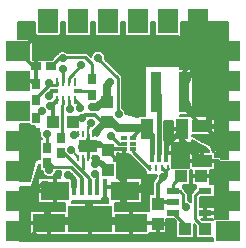
<source format=gtl>
G04 DipTrace 2.4.0.2*
%INUSBBiPower3.gtl*%
%MOIN*%
%ADD10C,0.0098*%
%ADD13C,0.016*%
%ADD14C,0.02*%
%ADD16C,0.012*%
%ADD17C,0.0094*%
%ADD18C,0.025*%
%ADD19C,0.0118*%
%ADD21C,0.01*%
%ADD22C,0.0079*%
%ADD23C,0.006*%
%ADD24C,0.013*%
%ADD25R,0.08X0.0669*%
%ADD26R,0.0669X0.08*%
%ADD27R,0.0394X0.0433*%
%ADD28R,0.0433X0.0394*%
%ADD29R,0.0276X0.0354*%
%ADD30R,0.0354X0.0276*%
%ADD32R,0.0276X0.013*%
%ADD33R,0.011X0.0276*%
%ADD34R,0.0094X0.0276*%
%ADD39R,0.0094X0.0236*%
%ADD40R,0.063X0.0394*%
%ADD41C,0.028*%
%ADD43R,0.0433X0.0236*%
%ADD45R,0.0157X0.0531*%
%ADD46R,0.0945X0.063*%
%ADD47R,0.1063X0.063*%
%ADD48R,0.1476X0.0906*%
%ADD50R,0.038X0.134*%
%ADD54R,0.0098X0.0236*%
%ADD55O,0.0098X0.0236*%
%ADD56R,0.0173X0.0646*%
%ADD57R,0.044X0.071*%
%ADD58R,0.071X0.044*%
%ADD60R,0.0205X0.0118*%
%ADD61C,0.028*%
%FSLAX44Y44*%
G04*
G70*
G90*
G75*
G01*
%LNTop*%
%LPD*%
X8417Y6922D2*
D13*
Y7512D1*
X8239Y7690D1*
X4558Y7574D2*
D14*
Y6842D1*
X4515Y6799D1*
X3937Y6293D2*
X4442Y6799D1*
X4515D1*
X6893Y7944D2*
D16*
X6740D1*
X6518Y8166D1*
X6174D1*
X6066Y8058D1*
X4515Y6799D2*
Y7531D1*
X4558Y7574D1*
X6066Y8058D2*
X5886D1*
X5765Y7938D1*
X6426Y7541D2*
D17*
X6583D1*
Y7731D1*
D16*
X6680D1*
X6893Y7944D1*
X6793D1*
X6477Y7628D1*
D17*
Y7592D1*
X6426Y7541D1*
X6893Y7944D2*
D16*
Y7899D1*
X6634Y7640D1*
D17*
Y7592D1*
X6583Y7541D1*
X6893Y7944D2*
D18*
X7072D1*
X7282Y7734D1*
X8195D1*
X8239Y7690D1*
D16*
X8039D1*
X7881Y7532D1*
D19*
X7766Y7417D1*
X5250Y9267D2*
D21*
Y9161D1*
X5042D1*
X4974D1*
X4540Y8728D1*
Y8688D1*
X4970Y9237D2*
X5042D1*
Y9161D1*
X7463Y7220D2*
X7308D1*
X7042Y7487D1*
X5433Y10066D2*
X5467Y10100D1*
X6185D1*
X6411Y9874D1*
Y9360D1*
X5433Y10066D2*
X5323D1*
X5047Y9790D1*
X6411Y8848D2*
Y8971D1*
X5939D1*
X6333Y5763D2*
X6304D1*
Y6074D1*
X5998Y6380D1*
X5419Y6959D1*
X5368Y6909D1*
X6111Y6754D2*
Y6380D1*
X5998D1*
X4918Y6577D2*
X4959D1*
X5104Y6431D1*
X5709D1*
X6078Y6062D1*
Y5763D1*
X5953Y6754D2*
D22*
X5828Y6880D1*
Y6913D1*
X5725Y7016D1*
X4981Y6335D2*
D21*
X4959Y6358D1*
Y6577D1*
X5644Y8676D2*
D17*
Y8598D1*
D21*
X5627D1*
Y8416D1*
X5675Y8368D1*
X4918Y7088D2*
Y7520D1*
X4899Y7538D1*
X5368Y7420D2*
X5424D1*
Y8507D1*
X5447Y8529D1*
Y8676D1*
X6268Y7541D2*
D22*
Y7788D1*
D21*
X6386Y7906D1*
X6268Y7541D2*
D17*
Y7192D1*
D16*
X6225D1*
Y7239D1*
X5172Y5654D2*
Y5132D1*
X4869D1*
Y4668D1*
X4965Y4572D1*
X7702D2*
Y5096D1*
X7398D1*
Y5558D1*
X7495Y5654D1*
X6845Y5763D2*
X7387D1*
X7495Y5654D1*
X6424Y7285D2*
Y7234D1*
X6673D1*
X6940Y6968D1*
Y7007D1*
X7495Y5654D2*
Y6007D1*
X7264Y6239D1*
Y6649D1*
X6923Y6990D1*
Y7024D1*
X6940Y7007D1*
X3937Y4293D2*
Y4347D1*
X4270D1*
Y5275D1*
X4376Y5381D1*
X4650Y5654D1*
X5172D1*
X3937Y5293D2*
X4153D1*
X4764Y5904D1*
X4922D1*
X5172Y5654D1*
X7421Y6073D2*
Y6007D1*
X7495D1*
X7298Y5096D2*
X7398D1*
X4851Y5132D2*
X4869D1*
X4516Y5254D2*
D21*
Y5381D1*
X4376D1*
X6406Y8426D2*
D18*
X6589D1*
X6776Y8613D1*
X6893D1*
X7118Y4628D2*
D16*
Y4572D1*
X7702D1*
X5096Y7938D2*
Y8522D1*
X5250Y8676D1*
X5096Y7938D2*
Y8392D1*
X5015Y8473D1*
X7702Y4571D2*
X8568D1*
X8592Y4547D1*
X10039Y6130D2*
X10773D1*
X10937Y6293D1*
X10184Y4902D2*
X10546D1*
X10937Y5293D1*
X8067Y5733D2*
X7574D1*
X7495Y5654D1*
X9033Y4464D2*
D21*
X8963D1*
X8873Y4554D1*
X8599D1*
X8592Y4547D1*
X6268Y6754D2*
D17*
Y7025D1*
D16*
Y7148D1*
X6799D1*
X6940Y7007D1*
X7702Y4572D2*
X7175D1*
X7118Y4628D1*
X8889Y6922D2*
D13*
Y7161D1*
X9419Y7690D1*
D14*
Y7291D1*
X10074Y6635D1*
X7463Y7024D2*
D19*
X6956D1*
D16*
X6940Y7007D1*
X6893Y8613D2*
D18*
Y9149D1*
X7008Y9263D1*
X6268Y7148D2*
D16*
Y7363D1*
D17*
Y7541D1*
X10074Y6635D2*
D16*
X10595D1*
X10937Y6293D1*
X6301Y5193D2*
Y4742D1*
X6333Y4710D1*
X5953Y7541D2*
D21*
X5819D1*
Y7505D1*
X6589Y5763D2*
Y6129D1*
X6523Y6196D1*
X6618Y10085D2*
Y10053D1*
X7272Y9398D1*
Y8193D1*
X7295D1*
X5644Y9267D2*
D17*
Y9419D1*
D21*
X5743Y9519D1*
X5729D1*
X6058Y9847D1*
X5447Y9267D2*
D17*
Y9702D1*
X5432D1*
X7766Y7024D2*
D21*
Y6930D1*
D10*
X8306Y6390D1*
X8358D1*
X9502Y4371D2*
D21*
Y4521D1*
X9121Y4902D1*
X10184Y5650D2*
X10000D1*
X9853Y5504D1*
Y4690D1*
X10172Y4371D1*
X9121Y5650D2*
Y5881D1*
X9369Y6130D1*
X9121Y5650D2*
Y5640D1*
X9329D1*
X9455Y5514D1*
Y5107D1*
X9535D1*
X8653Y6922D2*
D13*
Y8842D1*
X8551Y8944D1*
X6426Y6754D2*
D21*
X6504D1*
D14*
Y6536D1*
X6583Y6754D2*
X6485D1*
X6673Y6566D1*
X6504D1*
Y6536D1*
X6940Y6338D2*
X6714Y6563D1*
X6504D1*
X5822Y5763D2*
Y6020D1*
X5664Y6177D1*
X5592D1*
X5840Y8676D2*
D21*
X6020Y8497D1*
Y8408D1*
X4558Y8086D2*
Y8123D1*
X4727Y8292D1*
X5151Y8971D2*
D16*
X5094D1*
X4991Y8868D1*
Y8821D1*
X9121Y5276D2*
X8652D1*
X8592Y5217D1*
X4540Y9200D2*
X4467D1*
X4374Y9293D1*
X3937D1*
X4540Y9200D2*
Y9784D1*
X4535Y9790D1*
X9481Y8944D2*
Y8408D1*
X10074Y7815D1*
X10937Y10293D2*
X10561D1*
X10433Y10166D1*
X10268Y10001D1*
Y9756D1*
Y9321D1*
Y9254D1*
Y8850D1*
Y8379D1*
Y8008D1*
X10074Y7815D1*
X10459D1*
X10937Y8293D1*
Y7293D2*
Y7355D1*
X10535Y7757D1*
X10132D1*
X10074Y7815D1*
X4535Y9790D2*
X4441D1*
X3937Y10293D1*
X10268Y9254D2*
X10898D1*
X10937Y9293D1*
X9937Y11293D2*
Y10611D1*
X10099Y10450D1*
X10165Y10383D1*
X10215D1*
X10433Y10166D1*
X9481Y8944D2*
Y9617D1*
X10247Y10383D1*
X10215D1*
X10176Y10527D2*
X10099Y10450D1*
X10219Y9756D2*
X10268D1*
X10219Y9321D2*
X10268D1*
X10240Y8850D2*
X10268D1*
X10162Y8379D2*
X10268D1*
X10937Y7293D2*
X10314D1*
X10212Y7395D1*
X10176Y10527D2*
X10216D1*
X10752Y11063D1*
X8592Y5217D2*
Y5884D1*
X8798Y6091D1*
X8859Y6151D1*
Y6283D1*
Y6300D1*
D10*
X8948Y6390D1*
X8859Y6283D2*
D16*
X8829Y6313D1*
D10*
X8751Y6390D1*
X8786Y6103D2*
D16*
X8798Y6091D1*
D61*
X8786Y6103D3*
X7042Y7487D3*
X6058Y9847D3*
X5432Y9702D3*
X4991Y8821D3*
X7421Y6073D3*
X4970Y9237D3*
X8067Y5733D3*
X7298Y5096D3*
X4851Y5132D3*
X4516Y5254D3*
X9033Y4464D3*
X7008Y9263D3*
X5015Y8473D3*
X9648Y5731D3*
X6020Y8408D3*
X4473Y4140D3*
X6406Y8426D3*
X5543Y4640D3*
X7118Y4628D3*
X5675Y8368D3*
X4727Y8292D3*
X4899Y7538D3*
X6301Y5193D3*
X9535Y5107D3*
X6504Y6536D3*
X5592Y6177D3*
X6523Y6196D3*
X4981Y6335D3*
X5725Y7016D3*
X5819Y7505D3*
X4515Y6799D3*
X6066Y8058D3*
X6386Y7906D3*
X7295Y8193D3*
X6618Y10085D3*
X5433Y10066D3*
X9805Y10213D3*
X10176Y10527D3*
X9288Y10249D3*
X10219Y9756D3*
Y9321D3*
X10240Y8850D3*
X10162Y8379D3*
X4859Y10591D3*
X4210Y11012D3*
X4599Y10154D3*
X7964Y9421D3*
X8443Y9977D3*
X7928Y8943D3*
X7914Y8486D3*
X10212Y7395D3*
X10752Y11063D3*
X9372Y11204D2*
D23*
X10948D1*
X9371Y11146D2*
X10948D1*
X9371Y11087D2*
X10948D1*
X9370Y11029D2*
X10948D1*
X9370Y10970D2*
X10948D1*
X9370Y10912D2*
X10948D1*
X9370Y10853D2*
X10948D1*
X9367Y10795D2*
X10948D1*
X9367Y10736D2*
X10948D1*
X9366Y10678D2*
X10948D1*
X9366Y10619D2*
X10948D1*
X9366Y10561D2*
X10947D1*
X9365Y10502D2*
X10947D1*
X9365Y10444D2*
X10947D1*
X9364Y10385D2*
X10947D1*
X9363Y10326D2*
X10947D1*
X9363Y10268D2*
X10947D1*
X9362Y10209D2*
X10947D1*
X9361Y10151D2*
X10947D1*
X9360Y10092D2*
X10947D1*
X9360Y10034D2*
X10947D1*
X9359Y9975D2*
X10947D1*
X9358Y9917D2*
X10947D1*
X9357Y9858D2*
X10947D1*
X9357Y9800D2*
X10947D1*
X9356Y9741D2*
X10947D1*
X9769Y9683D2*
X10947D1*
X9769Y9624D2*
X10947D1*
X9769Y9566D2*
X10947D1*
X9769Y9507D2*
X10947D1*
X9769Y9449D2*
X10947D1*
X9769Y9390D2*
X10947D1*
X9769Y9332D2*
X10947D1*
X9769Y9273D2*
X10947D1*
X9769Y9214D2*
X10947D1*
X9769Y9156D2*
X10947D1*
X9769Y9097D2*
X10947D1*
X9769Y9039D2*
X10947D1*
X9769Y8980D2*
X10947D1*
X9769Y8922D2*
X10947D1*
X9769Y8863D2*
X10947D1*
X9769Y8805D2*
X10947D1*
X9769Y8746D2*
X10947D1*
X9769Y8688D2*
X10947D1*
X9769Y8629D2*
X10947D1*
X9769Y8571D2*
X10947D1*
X9769Y8512D2*
X10947D1*
X9769Y8454D2*
X10947D1*
X9769Y8395D2*
X10947D1*
X9769Y8337D2*
X10947D1*
X9769Y8278D2*
X10947D1*
X9769Y8219D2*
X10947D1*
X9338Y8161D2*
X10946D1*
X10528Y8102D2*
X10946D1*
X10528Y8044D2*
X10946D1*
X10528Y7985D2*
X10946D1*
X10528Y7927D2*
X10946D1*
X10528Y7868D2*
X10946D1*
X10528Y7810D2*
X10946D1*
X10528Y7751D2*
X10946D1*
X10528Y7693D2*
X10946D1*
X10528Y7634D2*
X10946D1*
X10528Y7576D2*
X10946D1*
X10528Y7517D2*
X10946D1*
X9753Y7459D2*
X10946D1*
X9865Y7400D2*
X10946D1*
X9977Y7342D2*
X10946D1*
X10089Y7283D2*
X10946D1*
X10200Y7225D2*
X10946D1*
X10313Y7166D2*
X10946D1*
X10393Y7107D2*
X10946D1*
X10418Y7049D2*
X10946D1*
X10443Y6990D2*
X10946D1*
X10528Y6932D2*
X10946D1*
X10528Y6873D2*
X10946D1*
X10528Y6815D2*
X10946D1*
X10693Y6756D2*
X10946D1*
X9364Y10948D2*
Y10801D1*
X9361D1*
X9360Y10631D1*
X9350Y9707D1*
X9414Y9706D1*
X9763D1*
Y8182D1*
X9332D1*
Y8138D1*
X9675D1*
X9731D1*
Y8127D1*
X10522D1*
Y7503D1*
X9731D1*
Y7467D1*
X10369Y7134D1*
X10383Y7119D1*
X10455Y6947D1*
X10522D1*
X10523Y6787D1*
X10595D1*
X10625Y6784D1*
X10654Y6776D1*
X10680Y6762D1*
X10703Y6743D1*
X10725Y6721D1*
X10952Y6720D1*
Y7136D1*
X10954Y11263D1*
X9367Y11259D1*
X9364Y10948D1*
X9481Y8944D2*
D24*
X9763Y8182D1*
Y9706D2*
X9481Y8944D1*
X10074Y7815D2*
X10522Y7503D1*
Y8127D2*
X10074Y7815D1*
X4014Y7834D2*
D23*
X4322D1*
X4014Y7776D2*
X4492D1*
X4014Y7717D2*
X4492D1*
X4014Y7659D2*
X4521D1*
X4014Y7600D2*
X4670D1*
X4014Y7542D2*
X4662D1*
X4014Y7483D2*
X4668D1*
X4014Y7425D2*
X4691D1*
X4014Y7366D2*
X4737D1*
X4014Y7307D2*
X4681D1*
X4014Y7249D2*
X4681D1*
X4014Y7190D2*
X4681D1*
X4014Y7132D2*
X4681D1*
X4014Y7073D2*
X4681D1*
X4014Y7015D2*
X4681D1*
X4014Y6956D2*
X4681D1*
X4014Y6898D2*
X4681D1*
X4014Y6839D2*
X4681D1*
X4014Y6781D2*
X4681D1*
X4014Y6722D2*
X4681D1*
X4014Y6664D2*
X4557D1*
X4014Y6605D2*
X4505D1*
X4014Y6547D2*
X4489D1*
X4014Y6488D2*
X4472D1*
X4014Y6430D2*
X4454D1*
X4014Y6371D2*
X4437D1*
X4014Y6312D2*
X4420D1*
X4014Y6254D2*
X4404D1*
X4014Y6195D2*
X4386D1*
X4014Y6137D2*
X4369D1*
X4014Y6078D2*
X4352D1*
X4014Y6020D2*
X4335D1*
X4327Y7866D2*
X4008D1*
Y7614D1*
Y5984D1*
X4330D1*
X4520Y6636D1*
X4542Y6656D1*
X4688Y6705D1*
X4687Y6846D1*
Y7358D1*
X4752D1*
X4721Y7389D1*
X4703Y7414D1*
X4689Y7440D1*
X4678Y7468D1*
X4671Y7497D1*
X4667Y7526D1*
X4668Y7556D1*
X4676Y7601D1*
X4603Y7606D1*
X4587Y7612D1*
X4510Y7672D1*
X4499Y7699D1*
Y7817D1*
X4328Y7816D1*
Y7866D1*
X8831Y7961D2*
X9101D1*
X8831Y7903D2*
X9101D1*
X8831Y7844D2*
X9101D1*
X8831Y7786D2*
X9101D1*
X8831Y7727D2*
X9101D1*
X8831Y7669D2*
X9101D1*
X8831Y7610D2*
X9101D1*
X8831Y7551D2*
X9101D1*
X8831Y7493D2*
X9101D1*
X8831Y7434D2*
X9101D1*
X8831Y7376D2*
X9101D1*
X9737Y7259D2*
X9860D1*
X9074Y7200D2*
X9972D1*
X9074Y7142D2*
X10084D1*
X9074Y7083D2*
X10196D1*
X9074Y7025D2*
X10283D1*
X9074Y6966D2*
X10309D1*
X9074Y6908D2*
X9621D1*
X7235Y6849D2*
X7643D1*
X9074D2*
X9621D1*
X7235Y6791D2*
X7700D1*
X9074D2*
X9621D1*
X7235Y6732D2*
X7758D1*
X9074D2*
X9621D1*
X7154Y6674D2*
X7817D1*
X9074D2*
X9621D1*
X7235Y6615D2*
X7875D1*
X9074D2*
X9621D1*
X7235Y6556D2*
X7934D1*
X9074D2*
X9621D1*
X10527D2*
X10936D1*
X4629Y6498D2*
X4682D1*
X7235D2*
X7993D1*
X9090D2*
X9621D1*
X10527D2*
X10934D1*
X4612Y6439D2*
X4682D1*
X7235D2*
X8051D1*
X9096D2*
X9621D1*
X10527D2*
X10932D1*
X4596Y6381D2*
X4682D1*
X7235D2*
X8110D1*
X10527D2*
X10932D1*
X4579Y6322D2*
X4682D1*
X7235D2*
X8168D1*
X9684D2*
X9724D1*
X10353D2*
X10932D1*
X4562Y6264D2*
X4755D1*
X5209D2*
X5371D1*
X7235D2*
X8211D1*
X9684D2*
X9724D1*
X10353D2*
X10932D1*
X4546Y6205D2*
X4783D1*
X5180D2*
X5356D1*
X7235D2*
X8211D1*
X9684D2*
X9724D1*
X10353D2*
X10932D1*
X4529Y6147D2*
X4839D1*
X5124D2*
X5345D1*
X7235D2*
X8552D1*
X9684D2*
X9724D1*
X10353D2*
X10932D1*
X4512Y6088D2*
X5326D1*
X7235D2*
X8548D1*
X9684D2*
X9724D1*
X10353D2*
X10932D1*
X4496Y6030D2*
X4601D1*
X8065D2*
X8516D1*
X9684D2*
X9724D1*
X10353D2*
X10932D1*
X4480Y5971D2*
X4601D1*
X8065D2*
X8461D1*
X9684D2*
X9724D1*
X10353D2*
X10932D1*
X4463Y5913D2*
X4601D1*
X8065D2*
X8437D1*
X9684D2*
X9724D1*
X10353D2*
X10932D1*
X4446Y5854D2*
X4601D1*
X8065D2*
X8434D1*
X9684D2*
X9724D1*
X10498D2*
X10932D1*
X4429Y5796D2*
X4601D1*
X8065D2*
X8434D1*
X9435D2*
X9869D1*
X10498D2*
X10932D1*
X4001Y5737D2*
X4601D1*
X8065D2*
X8434D1*
X9439D2*
X9869D1*
X10498D2*
X10932D1*
X4001Y5679D2*
X4601D1*
X8065D2*
X8434D1*
X9498D2*
X9821D1*
X10498D2*
X10931D1*
X4002Y5620D2*
X4601D1*
X8065D2*
X8434D1*
X9556D2*
X9763D1*
X10498D2*
X10931D1*
X4002Y5562D2*
X4601D1*
X8065D2*
X8434D1*
X9595D2*
X9718D1*
X10498D2*
X10931D1*
X4002Y5503D2*
X4601D1*
X8065D2*
X8297D1*
X9603D2*
X9706D1*
X10498D2*
X10931D1*
X4003Y5444D2*
X4601D1*
X8065D2*
X8297D1*
X9603D2*
X9706D1*
X10498D2*
X10931D1*
X4003Y5386D2*
X4601D1*
X6756D2*
X6924D1*
X8065D2*
X8297D1*
X9603D2*
X9706D1*
X10002D2*
X10931D1*
X4004Y5327D2*
X4601D1*
X6754D2*
X6924D1*
X8065D2*
X8297D1*
X9616D2*
X9706D1*
X10002D2*
X10931D1*
X4004Y5269D2*
X4601D1*
X5743D2*
X6924D1*
X8065D2*
X8297D1*
X10002D2*
X10931D1*
X4005Y5210D2*
X5497D1*
X7170D2*
X8297D1*
X10002D2*
X10931D1*
X4005Y5152D2*
X5497D1*
X7170D2*
X8297D1*
X10002D2*
X10931D1*
X4005Y5093D2*
X5497D1*
X7170D2*
X8297D1*
X10498D2*
X10931D1*
X4006Y5035D2*
X5497D1*
X7170D2*
X8297D1*
X10498D2*
X10931D1*
X4006Y4976D2*
X4336D1*
X10498D2*
X10931D1*
X4007Y4918D2*
X4336D1*
X10498D2*
X10931D1*
X4007Y4859D2*
X4336D1*
X10498D2*
X10930D1*
X4007Y4801D2*
X4336D1*
X10498D2*
X10930D1*
X4008Y4742D2*
X4336D1*
X10498D2*
X10930D1*
X4008Y4684D2*
X4336D1*
X8887D2*
X9132D1*
X10066D2*
X10445D1*
X4008Y4625D2*
X4336D1*
X8887D2*
X9188D1*
X4008Y4567D2*
X4336D1*
X8887D2*
X9188D1*
X4008Y4508D2*
X4336D1*
X8887D2*
X9188D1*
X4009Y4450D2*
X4336D1*
X8887D2*
X9188D1*
X9817D2*
X9857D1*
X4009Y4391D2*
X4336D1*
X8887D2*
X9188D1*
X9817D2*
X9857D1*
X4010Y4332D2*
X4336D1*
X8887D2*
X9188D1*
X9817D2*
X9857D1*
X4010Y4274D2*
X4336D1*
X8887D2*
X9188D1*
X9817D2*
X9857D1*
X4011Y4215D2*
X4336D1*
X8331D2*
X9188D1*
X9817D2*
X9857D1*
X4011Y4157D2*
X9188D1*
X9817D2*
X9857D1*
X4011Y4098D2*
X9188D1*
X9817D2*
X9857D1*
X4012Y4040D2*
X10445D1*
X4012Y3981D2*
X10445D1*
X10492Y4720D2*
X10937D1*
X10939Y6470D1*
X10944Y6594D1*
X10537Y6587D1*
X10522Y6582D1*
Y6323D1*
X10348D1*
Y5861D1*
X10492D1*
Y5440D1*
X9996D1*
Y5112D1*
X10090Y5113D1*
X10492D1*
Y4720D1*
X10451Y3966D2*
Y4082D1*
X9863D1*
Y4479D1*
X9811Y4530D1*
Y4082D1*
X9194D1*
Y4629D1*
X9130Y4692D1*
X8881D1*
Y4629D1*
Y4239D1*
X8325D1*
Y4165D1*
X4342D1*
Y4979D1*
X5503D1*
Y5247D1*
X4607D1*
Y6062D1*
X5324D1*
X5360Y6176D1*
X5365Y6225D1*
X5373Y6254D1*
X5389Y6289D1*
X5208D1*
X5197Y6247D1*
X5184Y6220D1*
X5167Y6195D1*
X5148Y6173D1*
X5126Y6153D1*
X5101Y6136D1*
X5074Y6122D1*
X5046Y6112D1*
X5017Y6105D1*
X4987Y6103D1*
X4957Y6104D1*
X4928Y6109D1*
X4899Y6117D1*
X4872Y6130D1*
X4847Y6146D1*
X4824Y6164D1*
X4803Y6186D1*
X4785Y6210D1*
X4771Y6236D1*
X4760Y6264D1*
X4751Y6307D1*
X4687D1*
Y6523D1*
X4629Y6522D1*
X4595Y6400D1*
X4422Y5790D1*
X4401Y5769D1*
X4393Y5768D1*
X3994D1*
X3996Y5589D1*
X4007Y3973D1*
X10452Y3967D1*
X10451Y4660D2*
Y4692D1*
X10052D1*
X10084Y4660D1*
X10451D1*
X7229Y6889D2*
Y6698D1*
X7147D1*
X7148Y6646D1*
X7229Y6647D1*
Y6062D1*
X8060D1*
Y5247D1*
X7164D1*
Y4979D1*
X8303D1*
Y5526D1*
X8440D1*
Y5884D1*
X8443Y5914D1*
X8451Y5943D1*
X8465Y5969D1*
X8484Y5992D1*
X8556Y6064D1*
X8554Y6121D1*
X8559Y6150D1*
X8567Y6180D1*
X8537Y6181D1*
X8508Y6188D1*
X8499Y6192D1*
Y6180D1*
X8216D1*
Y6282D1*
X8164Y6332D1*
X7670Y6825D1*
X7650Y6847D1*
X7636Y6872D1*
X7269D1*
Y6924D1*
X7228Y6887D1*
X9090Y6419D2*
X9628D1*
X9627Y6448D1*
Y6947D1*
X10323D1*
X10283Y7040D1*
X9731Y7329D1*
Y7243D1*
X9106D1*
Y7966D1*
X8824Y7963D1*
X8825Y7795D1*
Y7336D1*
X8854Y7337D1*
X9068D1*
Y6534D1*
X9081Y6509D1*
X9088Y6480D1*
X9090Y6429D1*
Y6419D1*
X9678Y6323D2*
Y5841D1*
X9429D1*
Y5740D1*
X9556Y5614D1*
X9575Y5591D1*
X9588Y5564D1*
X9595Y5542D1*
X9598Y5484D1*
Y5331D1*
X9634Y5318D1*
X9660Y5303D1*
X9684Y5286D1*
X9711Y5258D1*
Y5504D1*
X9714Y5534D1*
X9723Y5562D1*
X9735Y5583D1*
X9774Y5626D1*
X9875Y5727D1*
Y5841D1*
X9761D1*
X9730D1*
Y6323D1*
X9678D1*
X6760Y5406D2*
X6751Y5405D1*
Y5346D1*
X6736Y5321D1*
X6721Y5316D1*
X5736D1*
X5737Y5272D1*
Y5254D1*
X6930Y5255D1*
Y5405D1*
X6753D1*
X9730Y6130D2*
D24*
X10348D1*
X8592Y4547D2*
D16*
Y4239D1*
Y4547D2*
X8881D1*
X10184Y5113D2*
Y4692D1*
Y4902D2*
X10492D1*
X6845Y5763D2*
Y5405D1*
X5172Y6062D2*
Y5247D1*
X4607Y5654D2*
X5172D1*
X7495Y6062D2*
Y5247D1*
Y5654D2*
X8060D1*
X4965Y4979D2*
Y4165D1*
X4342Y4572D2*
X4965D1*
X7702Y4979D2*
Y4165D1*
X6333Y5255D2*
Y4165D1*
X8889Y7337D2*
Y6922D1*
X9068D1*
X9419Y7690D2*
Y7243D1*
X9107Y7690D2*
X9419D1*
X10074Y6947D2*
Y6635D1*
X9627D2*
X10074D1*
X7463Y7024D2*
Y6872D1*
X3960Y11216D2*
D23*
X4504D1*
X5370D2*
X5504D1*
X6370D2*
X6504D1*
X7370D2*
X7504D1*
X8370D2*
X8504D1*
X3960Y11157D2*
X4504D1*
X5370D2*
X5504D1*
X6370D2*
X6504D1*
X7370D2*
X7504D1*
X8370D2*
X8504D1*
X3961Y11099D2*
X4504D1*
X5370D2*
X5504D1*
X6370D2*
X6504D1*
X7370D2*
X7504D1*
X8370D2*
X8504D1*
X3961Y11040D2*
X4504D1*
X5370D2*
X5504D1*
X6370D2*
X6504D1*
X7370D2*
X7504D1*
X8370D2*
X8504D1*
X3961Y10981D2*
X4504D1*
X5370D2*
X5504D1*
X6370D2*
X6504D1*
X7370D2*
X7504D1*
X8370D2*
X8504D1*
X3962Y10923D2*
X4504D1*
X5370D2*
X5504D1*
X6370D2*
X6504D1*
X7370D2*
X7504D1*
X8370D2*
X8504D1*
X3962Y10864D2*
X4509D1*
X5365D2*
X5504D1*
X6370D2*
X6504D1*
X7370D2*
X7504D1*
X8370D2*
X8504D1*
X3962Y10806D2*
X4567D1*
X5307D2*
X5504D1*
X6370D2*
X6504D1*
X7370D2*
X7504D1*
X8370D2*
X8504D1*
X3963Y10747D2*
X9299D1*
X4435Y10689D2*
X9298D1*
X4435Y10630D2*
X9298D1*
X4435Y10572D2*
X9297D1*
X4435Y10513D2*
X9297D1*
X4435Y10455D2*
X9296D1*
X4435Y10396D2*
X9296D1*
X4435Y10338D2*
X9295D1*
X4435Y10279D2*
X5334D1*
X5531D2*
X6485D1*
X6751D2*
X9295D1*
X4435Y10221D2*
X5254D1*
X6266D2*
X6424D1*
X6812D2*
X9294D1*
X4435Y10162D2*
X5212D1*
X6330D2*
X6394D1*
X6843D2*
X9294D1*
X4435Y10104D2*
X5154D1*
X6855D2*
X9293D1*
X4435Y10045D2*
X5095D1*
X6853D2*
X9293D1*
X6891Y9986D2*
X9292D1*
X6950Y9928D2*
X9292D1*
X7009Y9869D2*
X9291D1*
X7067Y9811D2*
X8176D1*
X7126Y9752D2*
X8176D1*
X7184Y9694D2*
X8176D1*
X7242Y9635D2*
X8176D1*
X7301Y9577D2*
X8176D1*
X7359Y9518D2*
X8176D1*
X7406Y9460D2*
X8176D1*
X7420Y9401D2*
X8176D1*
X7420Y9343D2*
X8176D1*
X7420Y9284D2*
X8176D1*
X7420Y9226D2*
X8176D1*
X7420Y9167D2*
X8176D1*
X7420Y9109D2*
X8176D1*
X7420Y9050D2*
X8176D1*
X7420Y8991D2*
X8176D1*
X7420Y8933D2*
X8176D1*
X7420Y8874D2*
X8176D1*
X7420Y8816D2*
X8176D1*
X7420Y8757D2*
X8176D1*
X7420Y8699D2*
X8176D1*
X7420Y8640D2*
X8176D1*
X7420Y8582D2*
X8176D1*
X7420Y8523D2*
X8176D1*
X7420Y8465D2*
X8176D1*
X7420Y8406D2*
X8176D1*
X7474Y8348D2*
X8176D1*
X7513Y8289D2*
X8176D1*
X7530Y8231D2*
X8176D1*
X7641Y8172D2*
X8176D1*
X7887Y8114D2*
X7920D1*
X9305Y10801D2*
X8510D1*
Y11264D1*
X8411Y11263D1*
X8364D1*
Y10801D1*
X7510D1*
Y11266D1*
X7363D1*
X7364Y11008D1*
Y10801D1*
X6510D1*
Y11268D1*
X6365D1*
X6364Y10948D1*
Y10801D1*
X5510D1*
X5509Y11270D1*
X5364Y11271D1*
Y10893D1*
X5359Y10864D1*
X5345Y10838D1*
X5324Y10817D1*
X5297Y10804D1*
X5272Y10801D1*
X4602D1*
X4573Y10806D1*
X4547Y10820D1*
X4526Y10841D1*
X4514Y10868D1*
X4510Y10893D1*
Y11272D1*
X4222Y11273D1*
X3954Y11274D1*
X3957Y10720D1*
X4109D1*
X4429D1*
Y10020D1*
X4804D1*
X5076D1*
X5225Y10170D1*
X5241Y10196D1*
X5259Y10220D1*
X5280Y10241D1*
X5304Y10259D1*
X5330Y10274D1*
X5357Y10286D1*
X5386Y10294D1*
X5416Y10298D1*
X5445D1*
X5475Y10295D1*
X5504Y10287D1*
X5532Y10276D1*
X5558Y10262D1*
X5584Y10242D1*
X6185D1*
X6215Y10239D1*
X6243Y10230D1*
X6264Y10219D1*
X6307Y10180D1*
X6387Y10100D1*
X6391Y10132D1*
X6399Y10161D1*
X6410Y10189D1*
X6425Y10214D1*
X6444Y10238D1*
X6465Y10259D1*
X6489Y10277D1*
X6514Y10292D1*
X6542Y10304D1*
X6571Y10312D1*
X6600Y10316D1*
X6630Y10317D1*
X6660Y10313D1*
X6689Y10306D1*
X6717Y10295D1*
X6743Y10280D1*
X6767Y10263D1*
X6789Y10242D1*
X6808Y10219D1*
X6823Y10193D1*
X6836Y10166D1*
X6844Y10137D1*
X6849Y10108D1*
X6850Y10085D1*
X6848Y10055D1*
X6843Y10028D1*
X7248Y9624D1*
X7373Y9499D1*
X7392Y9476D1*
X7405Y9449D1*
X7412Y9426D1*
X7415Y9369D1*
Y8391D1*
X7444Y8371D1*
X7466Y8351D1*
X7485Y8327D1*
X7500Y8302D1*
X7512Y8275D1*
X7521Y8246D1*
X7527Y8197D1*
X7927Y8103D1*
X7926Y8138D1*
X8182D1*
X8181Y9812D1*
X9297D1*
X9305Y10801D1*
X4429Y10720D2*
D24*
X3937Y10293D1*
X4535Y10020D2*
Y9790D1*
D25*
X10937Y4293D3*
X3937Y9293D3*
X10937Y7293D3*
Y8293D3*
Y9293D3*
Y10293D3*
D26*
X8937Y11293D3*
D25*
X3937Y4293D3*
Y5293D3*
Y6293D3*
Y7293D3*
D26*
X9937Y11293D3*
D27*
X6940Y7007D3*
Y6338D3*
X6893Y8613D3*
Y7944D3*
D28*
X5096Y7938D3*
X5765D3*
X10172Y4371D3*
X9502D3*
X9369Y6130D3*
X10039D3*
D27*
X8592Y5217D3*
Y4547D3*
D29*
X6411Y8848D3*
Y9360D3*
D25*
X10937Y5293D3*
Y6293D3*
X3937Y8293D3*
Y10293D3*
D29*
X4918Y6577D3*
Y7088D3*
X5368Y6909D3*
Y7420D3*
X4558Y8086D3*
Y7574D3*
X4540Y9200D3*
Y8688D3*
D30*
X4535Y9790D3*
X5047D3*
D32*
X5939Y8971D3*
D33*
X5840Y9267D3*
D34*
X5644D3*
X5447D3*
D33*
X5250D3*
D32*
X5151Y8971D3*
D33*
X5250Y8676D3*
D34*
X5447D3*
X5644D3*
D33*
X5840D3*
D39*
X6583Y7541D3*
X6426D3*
X6268D3*
X6111D3*
X5953D3*
Y6754D3*
X6111D3*
X6268D3*
X6426D3*
X6583D3*
D40*
X6268Y7148D3*
D41*
X6446Y7093D3*
X6268Y7198D3*
X6091Y7093D3*
D43*
X9121Y5650D3*
Y5276D3*
Y4902D3*
X10184D3*
Y5650D3*
G36*
X4602Y11693D2*
X5272D1*
Y10893D1*
X4602D1*
Y11693D1*
G37*
D45*
X5822Y5763D3*
X6078D3*
X6333D3*
X6589D3*
X6845D3*
D46*
X5172Y5654D3*
X7495D3*
D47*
X4965Y4572D3*
X7702D3*
D48*
X6333Y4710D3*
D26*
X5937Y11293D3*
X6937D3*
X7937D3*
D50*
X9481Y8944D3*
X8551D3*
D54*
X8358Y6390D3*
D55*
X8555D3*
X8751D3*
X8948D3*
D56*
X8889Y6922D3*
X8653D3*
X8417D3*
D57*
X8239Y7690D3*
X9419D3*
D58*
X10074Y7815D3*
Y6635D3*
D60*
X7463Y7417D3*
Y7220D3*
Y7024D3*
X7766D3*
Y7220D3*
Y7417D3*
M02*

</source>
